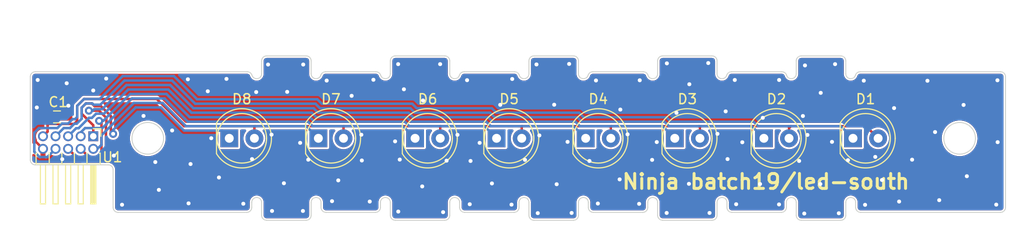
<source format=kicad_pcb>
(kicad_pcb (version 20211014) (generator pcbnew)
  (layers (0 "F.Cu" signal) (31 "B.Cu" signal) (34 "B.Paste" user) (35 "F.Paste" user) (36 "B.SilkS" user "B.Silkscreen") (37 "F.SilkS" user "F.Silkscreen") (38 "B.Mask" user) (39 "F.Mask" user) (44 "Edge.Cuts" user))
  (net 0 "")
  (net 1 "GND")
  (net 2 "VCC")
  (net 3 "OUT1")
  (net 4 "OUT2")
  (net 5 "OUT3")
  (net 6 "OUT4")
  (net 7 "OUT5")
  (net 8 "OUT6")
  (net 9 "OUT7")
  (net 10 "OUT8")
  (footprint "LEDs:LED_D5.0mm" (layer "F.Cu") (at 127.46 101.622)
    (fp_text reference "D7" (at 1.27 -3.96) (layer "F.SilkS"))
    (fp_text value "LED")
    (fp_line (start -1.29 -1.545) (end -1.29 1.545) (layer "F.SilkS") (width 0.12))
    (fp_arc (start -1.29 -1.54483) (mid 2.072002 -2.880433) (end 4.26 0.000462) (layer "F.SilkS") (width 0.12))
    (fp_arc (start 4.26 -0.000462) (mid 2.072002 2.880433) (end -1.29 1.54483) (layer "F.SilkS") (width 0.12))
    (fp_circle (center 1.27 0) (end 3.77 0) (layer "F.SilkS") (width 0.12) (fill none))
    (pad "1" thru_hole rect locked (at 0 0) (size 1.8 1.8) (drill 0.9) (layers *.Cu *.Mask) (net 9 "OUT7"))
    (pad "2" thru_hole circle locked (at 2.54 0) (size 1.8 1.8) (drill 0.9) (layers *.Cu *.Mask) (net 2 "VCC"))
  )
  (footprint "LEDs:LED_D5.0mm" (layer "F.Cu") (at 137.23 101.622)
    (fp_text reference "D6" (at 1.27 -3.96) (layer "F.SilkS"))
    (fp_text value "LED")
    (fp_line (start -1.29 -1.545) (end -1.29 1.545) (layer "F.SilkS") (width 0.12))
    (fp_arc (start 4.26 -0.000462) (mid 2.072002 2.880433) (end -1.29 1.54483) (layer "F.SilkS") (width 0.12))
    (fp_arc (start -1.29 -1.54483) (mid 2.072002 -2.880433) (end 4.26 0.000462) (layer "F.SilkS") (width 0.12))
    (fp_circle (center 1.27 0) (end 3.77 0) (layer "F.SilkS") (width 0.12) (fill none))
    (pad "1" thru_hole rect locked (at 0 0) (size 1.8 1.8) (drill 0.9) (layers *.Cu *.Mask) (net 8 "OUT6"))
    (pad "2" thru_hole circle locked (at 2.54 0) (size 1.8 1.8) (drill 0.9) (layers *.Cu *.Mask) (net 2 "VCC"))
  )
  (footprint "LEDs:LED_D5.0mm" (layer "F.Cu") (at 145.46 101.622)
    (fp_text reference "D5" (at 1.27 -3.96) (layer "F.SilkS"))
    (fp_text value "LED")
    (fp_line (start -1.29 -1.545) (end -1.29 1.545) (layer "F.SilkS") (width 0.12))
    (fp_arc (start 4.26 -0.000462) (mid 2.072002 2.880433) (end -1.29 1.54483) (layer "F.SilkS") (width 0.12))
    (fp_arc (start -1.29 -1.54483) (mid 2.072002 -2.880433) (end 4.26 0.000462) (layer "F.SilkS") (width 0.12))
    (fp_circle (center 1.27 0) (end 3.77 0) (layer "F.SilkS") (width 0.12) (fill none))
    (pad "1" thru_hole rect locked (at 0 0) (size 1.8 1.8) (drill 0.9) (layers *.Cu *.Mask) (net 7 "OUT5"))
    (pad "2" thru_hole circle locked (at 2.54 0) (size 1.8 1.8) (drill 0.9) (layers *.Cu *.Mask) (net 2 "VCC"))
  )
  (footprint "LEDs:LED_D5.0mm" (layer "F.Cu") (at 154.46 101.622)
    (fp_text reference "D4" (at 1.27 -3.96) (layer "F.SilkS"))
    (fp_text value "LED")
    (fp_line (start -1.29 -1.545) (end -1.29 1.545) (layer "F.SilkS") (width 0.12))
    (fp_arc (start 4.26 -0.000462) (mid 2.072002 2.880433) (end -1.29 1.54483) (layer "F.SilkS") (width 0.12))
    (fp_arc (start -1.29 -1.54483) (mid 2.072002 -2.880433) (end 4.26 0.000462) (layer "F.SilkS") (width 0.12))
    (fp_circle (center 1.27 0) (end 3.77 0) (layer "F.SilkS") (width 0.12) (fill none))
    (pad "1" thru_hole rect locked (at 0 0) (size 1.8 1.8) (drill 0.9) (layers *.Cu *.Mask) (net 6 "OUT4"))
    (pad "2" thru_hole circle locked (at 2.54 0) (size 1.8 1.8) (drill 0.9) (layers *.Cu *.Mask) (net 2 "VCC"))
  )
  (footprint "LEDs:LED_D5.0mm" (layer "F.Cu") (at 163.46 101.622)
    (fp_text reference "D3" (at 1.27 -3.96) (layer "F.SilkS"))
    (fp_text value "LED")
    (fp_line (start -1.29 -1.545) (end -1.29 1.545) (layer "F.SilkS") (width 0.12))
    (fp_arc (start -1.29 -1.54483) (mid 2.072002 -2.880433) (end 4.26 0.000462) (layer "F.SilkS") (width 0.12))
    (fp_arc (start 4.26 -0.000462) (mid 2.072002 2.880433) (end -1.29 1.54483) (layer "F.SilkS") (width 0.12))
    (fp_circle (center 1.27 0) (end 3.77 0) (layer "F.SilkS") (width 0.12) (fill none))
    (pad "1" thru_hole rect locked (at 0 0) (size 1.8 1.8) (drill 0.9) (layers *.Cu *.Mask) (net 5 "OUT3"))
    (pad "2" thru_hole circle locked (at 2.54 0) (size 1.8 1.8) (drill 0.9) (layers *.Cu *.Mask) (net 2 "VCC"))
  )
  (footprint "LEDs:LED_D5.0mm" (layer "F.Cu") (at 172.46 101.622)
    (fp_text reference "D2" (at 1.27 -3.96) (layer "F.SilkS"))
    (fp_text value "LED")
    (fp_line (start -1.29 -1.545) (end -1.29 1.545) (layer "F.SilkS") (width 0.12))
    (fp_arc (start 4.26 -0.000462) (mid 2.072002 2.880433) (end -1.29 1.54483) (layer "F.SilkS") (width 0.12))
    (fp_arc (start -1.29 -1.54483) (mid 2.072002 -2.880433) (end 4.26 0.000462) (layer "F.SilkS") (width 0.12))
    (fp_circle (center 1.27 0) (end 3.77 0) (layer "F.SilkS") (width 0.12) (fill none))
    (pad "1" thru_hole rect locked (at 0 0) (size 1.8 1.8) (drill 0.9) (layers *.Cu *.Mask) (net 4 "OUT2"))
    (pad "2" thru_hole circle locked (at 2.54 0) (size 1.8 1.8) (drill 0.9) (layers *.Cu *.Mask) (net 2 "VCC"))
  )
  (footprint "LEDs:LED_D5.0mm" (layer "F.Cu") (at 181.46 101.622)
    (fp_text reference "D1" (at 1.27 -3.96) (layer "F.SilkS"))
    (fp_text value "LED")
    (fp_line (start -1.29 -1.545) (end -1.29 1.545) (layer "F.SilkS") (width 0.12))
    (fp_arc (start 4.26 -0.000462) (mid 2.072002 2.880433) (end -1.29 1.54483) (layer "F.SilkS") (width 0.12))
    (fp_arc (start -1.29 -1.54483) (mid 2.072002 -2.880433) (end 4.26 0.000462) (layer "F.SilkS") (width 0.12))
    (fp_circle (center 1.27 0) (end 3.77 0) (layer "F.SilkS") (width 0.12) (fill none))
    (pad "1" thru_hole rect locked (at 0 0) (size 1.8 1.8) (drill 0.9) (layers *.Cu *.Mask) (net 3 "OUT1"))
    (pad "2" thru_hole circle locked (at 2.54 0) (size 1.8 1.8) (drill 0.9) (layers *.Cu *.Mask) (net 2 "VCC"))
  )
  (footprint "LEDs:LED_D5.0mm" (layer "F.Cu") (at 118.46 101.622)
    (fp_text reference "D8" (at 1.27 -3.96) (layer "F.SilkS"))
    (fp_text value "LED")
    (fp_line (start -1.29 -1.545) (end -1.29 1.545) (layer "F.SilkS") (width 0.12))
    (fp_arc (start -1.29 -1.54483) (mid 2.072002 -2.880433) (end 4.26 0.000462) (layer "F.SilkS") (width 0.12))
    (fp_arc (start 4.26 -0.000462) (mid 2.072002 2.880433) (end -1.29 1.54483) (layer "F.SilkS") (width 0.12))
    (fp_circle (center 1.27 0) (end 3.77 0) (layer "F.SilkS") (width 0.12) (fill none))
    (pad "1" thru_hole rect locked (at 0 0) (size 1.8 1.8) (drill 0.9) (layers *.Cu *.Mask) (net 10 "OUT8"))
    (pad "2" thru_hole circle locked (at 2.54 0) (size 1.8 1.8) (drill 0.9) (layers *.Cu *.Mask) (net 2 "VCC"))
  )
  (footprint "Connector_PinHeader_1.27mm:PinHeader_2x05_P1.27mm_Horizontal" (layer "F.Cu") (at 104.724249 101.415007 -90)
    (fp_text reference "U1" (at 2.114993 -1.935751) (layer "F.SilkS"))
    (fp_text value "Conn_01x10_Male")
    (fp_line (start 2.83 0.04) (end 6.83 0.04) (layer "F.SilkS") (width 0.12))
    (fp_line (start 1.71 4.445) (end 2.83 4.445) (layer "F.SilkS") (width 0.12))
    (fp_line (start 1.71 0.635) (end 2.83 0.635) (layer "F.SilkS") (width 0.12))
    (fp_line (start 2.83 0.16) (end 6.83 0.16) (layer "F.SilkS") (width 0.12))
    (fp_line (start 2.83 -0.695) (end 2.83 5.775) (layer "F.SilkS") (width 0.12))
    (fp_line (start 6.83 1.53) (end 2.83 1.53) (layer "F.SilkS") (width 0.12))
    (fp_line (start 6.83 2.28) (end 6.83 2.8) (layer "F.SilkS") (width 0.12))
    (fp_line (start 6.83 2.8) (end 2.83 2.8) (layer "F.SilkS") (width 0.12))
    (fp_line (start 1.71 4.429677) (end 1.71 4.460323) (layer "F.SilkS") (width 0.12))
    (fp_line (start 1.71 3.159677) (end 1.71 3.190323) (layer "F.SilkS") (width 0.12))
    (fp_line (start 6.83 4.07) (end 2.83 4.07) (layer "F.SilkS") (width 0.12))
    (fp_line (start 1.71 0.619677) (end 1.71 0.650323) (layer "F.SilkS") (width 0.12))
    (fp_line (start 1.71 1.889677) (end 1.71 1.920323) (layer "F.SilkS") (width 0.12))
    (fp_line (start 2.83 1.01) (end 6.83 1.01) (layer "F.SilkS") (width 0.12))
    (fp_line (start 1.71 1.905) (end 2.83 1.905) (layer "F.SilkS") (width 0.12))
    (fp_line (start -0.76 0) (end -0.76 -0.76) (layer "F.SilkS") (width 0.12))
    (fp_line (start 1.71 -0.619677) (end 1.71 -0.695) (layer "F.SilkS") (width 0.12))
    (fp_line (start 6.83 3.55) (end 6.83 4.07) (layer "F.SilkS") (width 0.12))
    (fp_line (start 6.83 -0.26) (end 6.83 0.26) (layer "F.SilkS") (width 0.12))
    (fp_line (start 1.71 3.175) (end 2.83 3.175) (layer "F.SilkS") (width 0.12))
    (fp_line (start 2.83 3.55) (end 6.83 3.55) (layer "F.SilkS") (width 0.12))
    (fp_line (start 2.83 2.28) (end 6.83 2.28) (layer "F.SilkS") (width 0.12))
    (fp_line (start 1.71 5.775) (end 1.71 5.699677) (layer "F.SilkS") (width 0.12))
    (fp_line (start 2.83 4.82) (end 6.83 4.82) (layer "F.SilkS") (width 0.12))
    (fp_line (start 6.83 1.01) (end 6.83 1.53) (layer "F.SilkS") (width 0.12))
    (fp_line (start 6.83 0.26) (end 2.83 0.26) (layer "F.SilkS") (width 0.12))
    (fp_line (start 6.83 4.82) (end 6.83 5.34) (layer "F.SilkS") (width 0.12))
    (fp_line (start 6.83 5.34) (end 2.83 5.34) (layer "F.SilkS") (width 0.12))
    (fp_line (start 1.71 -0.695) (end 2.83 -0.695) (layer "F.SilkS") (width 0.12))
    (fp_line (start 2.83 -0.2) (end 6.83 -0.2) (layer "F.SilkS") (width 0.12))
    (fp_line (start -0.76 -0.76) (end 0 -0.76) (layer "F.SilkS") (width 0.12))
    (fp_line (start 2.83 -0.08) (end 6.83 -0.08) (layer "F.SilkS") (width 0.12))
    (fp_line (start 2.83 -0.26) (end 6.83 -0.26) (layer "F.SilkS") (width 0.12))
    (fp_line (start 2.83 5.775) (end 1.71 5.775) (layer "F.SilkS") (width 0.12))
    (pad "1" thru_hole rect (at 0 0 270) (size 1 1) (drill 0.65) (layers *.Cu *.Mask) (net 10 "OUT8"))
    (pad "2" thru_hole oval (at 1.27 0 270) (size 1 1) (drill 0.65) (layers *.Cu *.Mask) (net 9 "OUT7"))
    (pad "3" thru_hole oval (at 0 1.27 270) (size 1 1) (drill 0.65) (layers *.Cu *.Mask) (net 8 "OUT6"))
    (pad "4" thru_hole oval (at 1.27 1.27 270) (size 1 1) (drill 0.65) (layers *.Cu *.Mask) (net 7 "OUT5"))
    (pad "5" thru_hole oval (at 0 2.54 270) (size 1 1) (drill 0.65) (layers *.Cu *.Mask) (net 6 "OUT4"))
    (pad "6" thru_hole oval (at 1.27 2.54 270) (size 1 1) (drill 0.65) (layers *.Cu *.Mask) (net 5 "OUT3"))
    (pad "7" thru_hole oval (at 0 3.81 270) (size 1 1) (drill 0.65) (layers *.Cu *.Mask) (net 4 "OUT2"))
    (pad "8" thru_hole oval (at 1.27 3.81 270) (size 1 1) (drill 0.65) (layers *.Cu *.Mask) (net 3 "OUT1"))
    (pad "9" thru_hole oval (at 0 5.08 270) (size 1 1) (drill 0.65) (layers *.Cu *.Mask) (net 2 "VCC"))
    (pad "10" thru_hole oval (at 1.27 5.08 270) (size 1 1) (drill 0.65) (layers *.Cu *.Mask) (net 1 "GND"))
  )
  (footprint "Capacitors_SMD:C_0603_HandSoldering" (layer "F.Cu") (at 101.06 99.46)
    (fp_text reference "C1" (at 0.12 -1.5) (layer "F.SilkS"))
    (fp_text value "C")
    (fp_line (start -0.35 -0.6) (end 0.35 -0.6) (layer "F.SilkS") (width 0.12))
    (fp_line (start 0.35 0.6) (end -0.35 0.6) (layer "F.SilkS") (width 0.12))
    (pad "1" smd rect locked (at -0.95 0) (size 1.2 0.75) (layers "F.Cu" "F.Paste" "F.Mask") (net 2 "VCC"))
    (pad "2" smd rect locked (at 0.95 0) (size 1.2 0.75) (layers "F.Cu" "F.Paste" "F.Mask") (net 1 "GND"))
  )
  (gr_circle (center 110.23 101.622) (end 111.83 101.622) (layer "Edge.Cuts") (width 0.1) (fill none))
  (gr_arc (start 98.865 104.30036) (mid 98.511447 104.153913) (end 98.365 103.80036) (layer "Edge.Cuts") (width 0.1))
  (gr_line (start 98.365 103.80036) (end 98.365 95.39964) (layer "Edge.Cuts") (width 0.1))
  (gr_line (start 120.23 109.10036) (end 107.23 109.10036) (layer "Edge.Cuts") (width 0.1))
  (gr_arc (start 107.23 109.10036) (mid 106.876447 108.953913) (end 106.73 108.60036) (layer "Edge.Cuts") (width 0.1))
  (gr_arc (start 106.23 104.30036) (mid 106.583553 104.446807) (end 106.73 104.80036) (layer "Edge.Cuts") (width 0.1))
  (gr_line (start 106.23 104.30036) (end 98.865 104.30036) (layer "Edge.Cuts") (width 0.1))
  (gr_line (start 106.73 104.80036) (end 106.73 108.60036) (layer "Edge.Cuts") (width 0.1))
  (gr_line (start 148.73 109.4) (end 148.73 108.10036) (layer "Edge.Cuts") (width 0.1))
  (gr_arc (start 149.23 109.9) (mid 148.876447 109.753553) (end 148.73 109.4) (layer "Edge.Cuts") (width 0.1))
  (gr_arc (start 127.707127 95.25014) (mid 127.15438 95.594889) (end 126.73 95.10064) (layer "Edge.Cuts") (width 0.1))
  (gr_arc (start 147.73 108.10036) (mid 148.23 107.60036) (end 148.73 108.10036) (layer "Edge.Cuts") (width 0.1))
  (gr_arc (start 147.73 108.60036) (mid 147.583553 108.953913) (end 147.23 109.10036) (layer "Edge.Cuts") (width 0.1))
  (gr_arc (start 175.73 93.8) (mid 175.876447 93.446447) (end 176.23 93.3) (layer "Edge.Cuts") (width 0.1))
  (gr_arc (start 133.73 108.10036) (mid 134.23 107.60036) (end 134.73 108.10036) (layer "Edge.Cuts") (width 0.1))
  (gr_line (start 181.73 108.60036) (end 181.73 108.10036) (layer "Edge.Cuts") (width 0.1))
  (gr_arc (start 147.275746 94.89964) (mid 147.571761 94.996682) (end 147.752873 95.25014) (layer "Edge.Cuts") (width 0.1))
  (gr_line (start 180.23 109.9) (end 176.23 109.9) (layer "Edge.Cuts") (width 0.1))
  (gr_arc (start 148.73 93.8) (mid 148.876447 93.446447) (end 149.23 93.3) (layer "Edge.Cuts") (width 0.1))
  (gr_line (start 167.73 93.8) (end 167.73 95.10064) (layer "Edge.Cuts") (width 0.1))
  (gr_line (start 121.73 95.10064) (end 121.73 93.8) (layer "Edge.Cuts") (width 0.1))
  (gr_line (start 122.23 93.3) (end 126.23 93.3) (layer "Edge.Cuts") (width 0.1))
  (gr_circle (center 192.23 101.622) (end 193.83 101.622) (layer "Edge.Cuts") (width 0.1) (fill none))
  (gr_arc (start 98.365 95.39964) (mid 98.511447 95.046087) (end 98.865 94.89964) (layer "Edge.Cuts") (width 0.1))
  (gr_arc (start 167.73 108.10036) (mid 168.23 107.60036) (end 168.73 108.10036) (layer "Edge.Cuts") (width 0.1))
  (gr_arc (start 154.707127 95.25014) (mid 154.15438 95.594889) (end 153.73 95.10064) (layer "Edge.Cuts") (width 0.1))
  (gr_arc (start 176.23 109.9) (mid 175.876447 109.753553) (end 175.73 109.4) (layer "Edge.Cuts") (width 0.1))
  (gr_arc (start 174.73 108.10036) (mid 175.23 107.60036) (end 175.73 108.10036) (layer "Edge.Cuts") (width 0.1))
  (gr_arc (start 196.365 94.89964) (mid 196.718553 95.046087) (end 196.865 95.39964) (layer "Edge.Cuts") (width 0.1))
  (gr_arc (start 175.73 95.10064) (mid 175.30562 95.594889) (end 174.752873 95.25014) (layer "Edge.Cuts") (width 0.1))
  (gr_arc (start 120.73 108.10036) (mid 121.23 107.60036) (end 121.73 108.10036) (layer "Edge.Cuts") (width 0.1))
  (gr_line (start 147.73 108.10036) (end 147.73 108.60036) (layer "Edge.Cuts") (width 0.1))
  (gr_arc (start 196.865 108.60036) (mid 196.718553 108.953913) (end 196.365 109.10036) (layer "Edge.Cuts") (width 0.1))
  (gr_line (start 141.73 108.60036) (end 141.73 108.10036) (layer "Edge.Cuts") (width 0.1))
  (gr_arc (start 169.23 109.10036) (mid 168.876447 108.953913) (end 168.73 108.60036) (layer "Edge.Cuts") (width 0.1))
  (gr_arc (start 181.707127 95.25014) (mid 181.15438 95.594889) (end 180.73 95.10064) (layer "Edge.Cuts") (width 0.1))
  (gr_line (start 121.73 109.4) (end 121.73 108.10036) (layer "Edge.Cuts") (width 0.1))
  (gr_arc (start 122.23 109.9) (mid 121.876447 109.753553) (end 121.73 109.4) (layer "Edge.Cuts") (width 0.1))
  (gr_line (start 149.23 93.3) (end 153.23 93.3) (layer "Edge.Cuts") (width 0.1))
  (gr_arc (start 154.707126 95.25014) (mid 154.888237 94.996682) (end 155.184253 94.89964) (layer "Edge.Cuts") (width 0.1))
  (gr_arc (start 155.23 109.10036) (mid 154.876447 108.953913) (end 154.73 108.60036) (layer "Edge.Cuts") (width 0.1))
  (gr_arc (start 153.73 109.4) (mid 153.583553 109.753553) (end 153.23 109.9) (layer "Edge.Cuts") (width 0.1))
  (gr_line (start 147.23 109.10036) (end 142.23 109.10036) (layer "Edge.Cuts") (width 0.1))
  (gr_line (start 174.23 109.10036) (end 169.23 109.10036) (layer "Edge.Cuts") (width 0.1))
  (gr_line (start 133.23 109.10036) (end 128.23 109.10036) (layer "Edge.Cuts") (width 0.1))
  (gr_line (start 182.184253 94.89964) (end 196.365 94.89964) (layer "Edge.Cuts") (width 0.1))
  (gr_line (start 174.73 108.10036) (end 174.73 108.60036) (layer "Edge.Cuts") (width 0.1))
  (gr_line (start 196.865 95.39964) (end 196.865 108.60036) (layer "Edge.Cuts") (width 0.1))
  (gr_arc (start 180.23 93.3) (mid 180.583553 93.446447) (end 180.73 93.8) (layer "Edge.Cuts") (width 0.1))
  (gr_line (start 134.73 109.400359) (end 134.73 108.10036) (layer "Edge.Cuts") (width 0.1))
  (gr_arc (start 153.23 93.3) (mid 153.583553 93.446447) (end 153.73 93.8) (layer "Edge.Cuts") (width 0.1))
  (gr_arc (start 160.73 108.100362) (mid 161.229999 107.600361) (end 161.73 108.10036) (layer "Edge.Cuts") (width 0.1))
  (gr_line (start 162.23 93.3) (end 167.23 93.3) (layer "Edge.Cuts") (width 0.1))
  (gr_arc (start 160.275746 94.89964) (mid 160.571761 94.996682) (end 160.752873 95.25014) (layer "Edge.Cuts") (width 0.1))
  (gr_arc (start 140.73 108.10036) (mid 141.23 107.60036) (end 141.73 108.10036) (layer "Edge.Cuts") (width 0.1))
  (gr_line (start 175.73 109.4) (end 175.73 108.10036) (layer "Edge.Cuts") (width 0.1))
  (gr_arc (start 121.73 93.8) (mid 121.876447 93.446447) (end 122.23 93.3) (layer "Edge.Cuts") (width 0.1))
  (gr_arc (start 167.23 93.3) (mid 167.583553 93.446447) (end 167.73 93.8) (layer "Edge.Cuts") (width 0.1))
  (gr_arc (start 133.275746 94.89964) (mid 133.571761 94.996682) (end 133.752873 95.25014) (layer "Edge.Cuts") (width 0.1))
  (gr_line (start 120.73 108.10036) (end 120.73 108.60036) (layer "Edge.Cuts") (width 0.1))
  (gr_line (start 175.73 95.10064) (end 175.73 93.8) (layer "Edge.Cuts") (width 0.1))
  (gr_arc (start 161.73 93.8) (mid 161.876447 93.446447) (end 162.23 93.3) (layer "Edge.Cuts") (width 0.1))
  (gr_line (start 180.73 108.10036) (end 180.73 109.4) (layer "Edge.Cuts") (width 0.1))
  (gr_arc (start 174.275746 94.89964) (mid 174.571761 94.996682) (end 174.752873 95.25014) (layer "Edge.Cuts") (width 0.1))
  (gr_line (start 126.23 109.9) (end 122.23 109.9) (layer "Edge.Cuts") (width 0.1))
  (gr_line (start 127.73 108.60036) (end 127.73 108.10036) (layer "Edge.Cuts") (width 0.1))
  (gr_arc (start 135.23 109.900359) (mid 134.876447 109.753912) (end 134.73 109.400359) (layer "Edge.Cuts") (width 0.1))
  (gr_arc (start 134.73 95.10064) (mid 134.30562 95.594889) (end 133.752873 95.25014) (layer "Edge.Cuts") (width 0.1))
  (gr_line (start 180.73 93.8) (end 180.73 95.10064) (layer "Edge.Cuts") (width 0.1))
  (gr_arc (start 160.73 108.60036) (mid 160.583553 108.953913) (end 160.23 109.10036) (layer "Edge.Cuts") (width 0.1))
  (gr_line (start 142.184253 94.89964) (end 147.275746 94.89964) (layer "Edge.Cuts") (width 0.1))
  (gr_line (start 126.73 108.10036) (end 126.73 109.4) (layer "Edge.Cuts") (width 0.1))
  (gr_line (start 133.73 108.10036) (end 133.73 108.60036) (layer "Edge.Cuts") (width 0.1))
  (gr_arc (start 128.23 109.10036) (mid 127.876447 108.953913) (end 127.73 108.60036) (layer "Edge.Cuts") (width 0.1))
  (gr_arc (start 120.73 108.60036) (mid 120.583553 108.953913) (end 120.23 109.10036) (layer "Edge.Cuts") (width 0.1))
  (gr_line (start 161.73 109.400364) (end 161.73 108.10036) (layer "Edge.Cuts") (width 0.1))
  (gr_arc (start 140.73 109.400359) (mid 140.583553 109.753912) (end 140.23 109.900359) (layer "Edge.Cuts") (width 0.1))
  (gr_arc (start 153.73 108.10036) (mid 154.23 107.60036) (end 154.73 108.10036) (layer "Edge.Cuts") (width 0.1))
  (gr_arc (start 126.23 93.3) (mid 126.583553 93.446447) (end 126.73 93.8) (layer "Edge.Cuts") (width 0.1))
  (gr_arc (start 181.707126 95.25014) (mid 181.888237 94.996682) (end 182.184253 94.89964) (layer "Edge.Cuts") (width 0.1))
  (gr_arc (start 126.73 108.10036) (mid 127.23 107.60036) (end 127.73 108.10036) (layer "Edge.Cuts") (width 0.1))
  (gr_line (start 168.73 108.60036) (end 168.73 108.10036) (layer "Edge.Cuts") (width 0.1))
  (gr_line (start 153.23 109.9) (end 149.23 109.9) (layer "Edge.Cuts") (width 0.1))
  (gr_arc (start 167.73 109.400364) (mid 167.583553 109.753917) (end 167.23 109.900364) (layer "Edge.Cuts") (width 0.1))
  (gr_line (start 153.73 108.10036) (end 153.73 109.4) (layer "Edge.Cuts") (width 0.1))
  (gr_arc (start 182.23 109.10036) (mid 181.876447 108.953913) (end 181.73 108.60036) (layer "Edge.Cuts") (width 0.1))
  (gr_line (start 134.73 95.10064) (end 134.73 93.8) (layer "Edge.Cuts") (width 0.1))
  (gr_arc (start 161.73 95.10064) (mid 161.30562 95.594889) (end 160.752873 95.25014) (layer "Edge.Cuts") (width 0.1))
  (gr_arc (start 126.73 109.4) (mid 126.583553 109.753553) (end 126.23 109.9) (layer "Edge.Cuts") (width 0.1))
  (gr_arc (start 180.73 108.10036) (mid 181.23 107.60036) (end 181.73 108.10036) (layer "Edge.Cuts") (width 0.1))
  (gr_arc (start 142.23 109.10036) (mid 141.876447 108.953913) (end 141.73 108.60036) (layer "Edge.Cuts") (width 0.1))
  (gr_line (start 154.73 108.60036) (end 154.73 108.10036) (layer "Edge.Cuts") (width 0.1))
  (gr_line (start 155.184253 94.89964) (end 160.275746 94.89964) (layer "Edge.Cuts") (width 0.1))
  (gr_line (start 167.73 108.10036) (end 167.73 109.400364) (layer "Edge.Cuts") (width 0.1))
  (gr_line (start 135.23 93.3) (end 140.23 93.3) (layer "Edge.Cuts") (width 0.1))
  (gr_arc (start 148.73 95.10064) (mid 148.30562 95.594889) (end 147.752873 95.25014) (layer "Edge.Cuts") (width 0.1))
  (gr_line (start 98.865 94.89964) (end 120.275746 94.89964) (layer "Edge.Cuts") (width 0.1))
  (gr_arc (start 162.23 109.900364) (mid 161.876447 109.753917) (end 161.73 109.400364) (layer "Edge.Cuts") (width 0.1))
  (gr_line (start 126.73 93.8) (end 126.73 95.10064) (layer "Edge.Cuts") (width 0.1))
  (gr_arc (start 133.73 108.60036) (mid 133.583553 108.953913) (end 133.23 109.10036) (layer "Edge.Cuts") (width 0.1))
  (gr_line (start 167.23 109.900364) (end 162.23 109.900364) (layer "Edge.Cuts") (width 0.1))
  (gr_line (start 169.184253 94.89964) (end 174.275746 94.89964) (layer "Edge.Cuts") (width 0.1))
  (gr_line (start 153.73 93.8) (end 153.73 95.10064) (layer "Edge.Cuts") (width 0.1))
  (gr_line (start 176.23 93.3) (end 180.23 93.3) (layer "Edge.Cuts") (width 0.1))
  (gr_line (start 161.73 95.10064) (end 161.73 93.8) (layer "Edge.Cuts") (width 0.1))
  (gr_arc (start 141.707126 95.25014) (mid 141.888237 94.996682) (end 142.184253 94.89964) (layer "Edge.Cuts") (width 0.1))
  (gr_line (start 148.73 95.10064) (end 148.73 93.8) (layer "Edge.Cuts") (width 0.1))
  (gr_arc (start 127.707126 95.25014) (mid 127.888237 94.996682) (end 128.184253 94.89964) (layer "Edge.Cuts") (width 0.1))
  (gr_arc (start 120.275746 94.89964) (mid 120.571761 94.996682) (end 120.752873 95.25014) (layer "Edge.Cuts") (width 0.1))
  (gr_arc (start 140.23 93.3) (mid 140.583553 93.446447) (end 140.73 93.8) (layer "Edge.Cuts") (width 0.1))
  (gr_arc (start 168.707127 95.25014) (mid 168.15438 95.594889) (end 167.73 95.10064) (layer "Edge.Cuts") (width 0.1))
  (gr_arc (start 121.73 95.10064) (mid 121.30562 95.594889) (end 120.752873 95.25014) (layer "Edge.Cuts") (width 0.1))
  (gr_line (start 160.73 108.10036) (end 160.73 108.60036) (layer "Edge.Cuts") (width 0.1))
  (gr_arc (start 174.73 108.60036) (mid 174.583553 108.953913) (end 174.23 109.10036) (layer "Edge.Cuts") (width 0.1))
  (gr_line (start 196.365 109.10036) (end 182.23 109.10036) (layer "Edge.Cuts") (width 0.1))
  (gr_line (start 128.184253 94.89964) (end 133.275746 94.89964) (layer "Edge.Cuts") (width 0.1))
  (gr_line (start 140.23 109.900359) (end 135.23 109.900359) (layer "Edge.Cuts") (width 0.1))
  (gr_arc (start 168.707126 95.25014) (mid 168.888237 94.996682) (end 169.184253 94.89964) (layer "Edge.Cuts") (width 0.1))
  (gr_line (start 140.73 93.8) (end 140.73 95.10064) (layer "Edge.Cuts") (width 0.1))
  (gr_line (start 160.23 109.10036) (end 155.23 109.10036) (layer "Edge.Cuts") (width 0.1))
  (gr_arc (start 134.73 93.8) (mid 134.876447 93.446447) (end 135.23 93.3) (layer "Edge.Cuts") (width 0.1))
  (gr_arc (start 141.707127 95.25014) (mid 141.15438 95.594889) (end 140.73 95.10064) (layer "Edge.Cuts") (width 0.1))
  (gr_arc (start 180.73 109.4) (mid 180.583553 109.753553) (end 180.23 109.9) (layer "Edge.Cuts") (width 0.1))
  (gr_line (start 140.73 108.10036) (end 140.73 109.400359) (layer "Edge.Cuts") (width 0.1))
  (gr_text "Ninja batch19/led-south" (at 172.66 106) (layer "F.SilkS") (effects (font (size 1.5 1.5) (thickness 0.3))))
  (segment (start 101.307289 98.757289) (end 102.01 99.46) (width 0.25) (layer "F.Cu") (net 1))
  (segment (start 98.769586 101.810344) (end 98.769586 99.169992) (width 0.25) (layer "F.Cu") (net 1))
  (segment (start 98.769586 101.810344) (end 99.644249 102.685007) (width 0.25) (layer "F.Cu") (net 1))
  (segment (start 99.182289 98.757289) (end 101.307289 98.757289) (width 0.25) (layer "F.Cu") (net 1))
  (segment (start 98.769586 99.169992) (end 99.182289 98.757289) (width 0.25) (layer "F.Cu") (net 1))
  (via (at 137.95 106.48) (size 0.8) (drill 0.4) (layers "F.Cu" "B.Cu") (net 1))
  (via (at 149.49 94.16) (size 0.8) (drill 0.4) (layers "F.Cu" "B.Cu") (net 1))
  (via (at 166.84 94.02) (size 0.8) (drill 0.4) (layers "F.Cu" "B.Cu") (net 1))
  (via (at 146.97 108.32) (size 0.8) (drill 0.4) (layers "F.Cu" "B.Cu") (net 1))
  (via (at 180.95 103.83) (size 0.8) (drill 0.4) (layers "F.Cu" "B.Cu") (net 1))
  (via (at 106.03 95.59) (size 0.8) (drill 0.4) (layers "F.Cu" "B.Cu") (net 1))
  (via (at 190.17 107.87) (size 0.8) (drill 0.4) (layers "F.Cu" "B.Cu") (net 1))
  (via (at 124.31 96.93) (size 0.8) (drill 0.4) (layers "F.Cu" "B.Cu") (net 1))
  (via (at 162.64 109.16) (size 0.8) (drill 0.4) (layers "F.Cu" "B.Cu") (net 1))
  (via (at 172.35 99.55) (size 0.8) (drill 0.4) (layers "F.Cu" "B.Cu") (net 1))
  (via (at 176.61 94.26) (size 0.8) (drill 0.4) (layers "F.Cu" "B.Cu") (net 1))
  (via (at 102.04 96.06) (size 0.8) (drill 0.4) (layers "F.Cu" "B.Cu") (net 1))
  (via (at 128.3 95.79) (size 0.8) (drill 0.4) (layers "F.Cu" "B.Cu") (net 1))
  (via (at 114.28 95.66) (size 0.8) (drill 0.4) (layers "F.Cu" "B.Cu") (net 1))
  (via (at 104.72 96.79) (size 0.8) (drill 0.4) (layers "F.Cu" "B.Cu") (net 1))
  (via (at 114.55 104.22) (size 0.8) (drill 0.4) (layers "F.Cu" "B.Cu") (net 1))
  (via (at 185.61 98.57) (size 0.8) (drill 0.4) (layers "F.Cu" "B.Cu") (net 1))
  (via (at 159.92 95.76) (size 0.8) (drill 0.4) (layers "F.Cu" "B.Cu") (net 1))
  (via (at 163.63 99.05) (size 0.8) (drill 0.4) (layers "F.Cu" "B.Cu") (net 1))
  (via (at 182.55 95.8) (size 0.8) (drill 0.4) (layers "F.Cu" "B.Cu") (net 1))
  (via (at 136.1 96.67) (size 0.8) (drill 0.4) (layers "F.Cu" "B.Cu") (net 1))
  (via (at 172.07 106.24) (size 0.8) (drill 0.4) (layers "F.Cu" "B.Cu") (net 1))
  (via (at 154.84 103.91) (size 0.8) (drill 0.4) (layers "F.Cu" "B.Cu") (net 1))
  (via (at 176.54 109.22) (size 0.8) (drill 0.4) (layers "F.Cu" "B.Cu") (net 1))
  (via (at 152.63 101.98) (size 0.8) (drill 0.4) (layers "F.Cu" "B.Cu") (net 1))
  (via (at 176.4 99.37) (size 0.8) (drill 0.4) (layers "F.Cu" "B.Cu") (net 1))
  (via (at 131.8 101.26) (size 0.8) (drill 0.4) (layers "F.Cu" "B.Cu") (net 1))
  (via (at 119.88 108.23) (size 0.8) (drill 0.4) (layers "F.Cu" "B.Cu") (net 1))
  (via (at 141.51 101.27) (size 0.8) (drill 0.4) (layers "F.Cu" "B.Cu") (net 1))
  (via (at 167.77 101.17) (size 0.8) (drill 0.4) (layers "F.Cu" "B.Cu") (net 1))
  (via (at 161.64 102) (size 0.8) (drill 0.4) (layers "F.Cu" "B.Cu") (net 1))
  (via (at 114.35 108.19) (size 0.8) (drill 0.4) (layers "F.Cu" "B.Cu") (net 1))
  (via (at 135.68 103.77) (size 0.8) (drill 0.4) (layers "F.Cu" "B.Cu") (net 1))
  (via (at 184.39 105.83) (size 0.8) (drill 0.4) (layers "F.Cu" "B.Cu") (net 1))
  (via (at 170.28 102.02) (size 0.8) (drill 0.4) (layers "F.Cu" "B.Cu") (net 1))
  (via (at 189.75 100.99) (size 0.8) (drill 0.4) (layers "F.Cu" "B.Cu") (net 1))
  (via (at 126.44 103.78) (size 0.8) (drill 0.4) (layers "F.Cu" "B.Cu") (net 1))
  (via (at 188.98 95.81) (size 0.8) (drill 0.4) (layers "F.Cu" "B.Cu") (net 1))
  (via (at 122.73 101.25) (size 0.8) (drill 0.4) (layers "F.Cu" "B.Cu") (net 1))
  (via (at 168.6 98.9) (size 0.8) (drill 0.4) (layers "F.Cu" "B.Cu") (net 1))
  (via (at 122.78 108.96) (size 0.8) (drill 0.4) (layers "F.Cu" "B.Cu") (net 1))
  (via (at 192.63 98.25) (size 0.8) (drill 0.4) (layers "F.Cu" "B.Cu") (net 1))
  (via (at 145.83 98.24) (size 0.8) (drill 0.4) (layers "F.Cu" "B.Cu") (net 1))
  (via (at 173.99 108.3) (size 0.8) (drill 0.4) (layers "F.Cu" "B.Cu") (net 1))
  (via (at 168.79 103.72) (size 0.8) (drill 0.4) (layers "F.Cu" "B.Cu") (net 1))
  (via (at 151.28 98.23) (size 0.8) (drill 0.4) (layers "F.Cu" "B.Cu") (net 1))
  (via (at 140.41 103.88) (size 0.8) (drill 0.4) (layers "F.Cu" "B.Cu") (net 1))
  (via (at 149.78 101.33) (size 0.8) (drill 0.4) (layers "F.Cu" "B.Cu") (net 1))
  (via (at 174 95.73) (size 0.8) (drill 0.4) (layers "F.Cu" "B.Cu") (net 1))
  (via (at 125.93 94.17) (size 0.8) (drill 0.4) (layers "F.Cu" "B.Cu") (net 1))
  (via (at 183.71 103.5) (size 0.8) (drill 0.4) (layers "F.Cu" "B.Cu") (net 1))
  (via (at 180.03 109.19) (size 0.8) (drill 0.4) (layers "F.Cu" "B.Cu") (net 1))
  (via (at 121.18 96.95027) (size 0.8) (drill 0.4) (layers "F.Cu" "B.Cu") (net 1))
  (via (at 142.83 103.91) (size 0.8) (drill 0.4) (layers "F.Cu" "B.Cu") (net 1))
  (via (at 176.86 101.28) (size 0.8) (drill 0.4) (layers "F.Cu" "B.Cu") (net 1))
  (via (at 186.12 108.01) (size 0.8) (drill 0.4) (layers "F.Cu" "B.Cu") (net 1))
  (via (at 142.48 95.75) (size 0.8) (drill 0.4) (layers "F.Cu" "B.Cu") (net 1))
  (via (at 151.53 106.26) (size 0.8) (drill 0.4) (layers "F.Cu" "B.Cu") (net 1))
  (via (at 152.79 94.11) (size 0.8) (drill 0.4) (layers "F.Cu" "B.Cu") (net 1))
  (via (at 187.43 103.78) (size 0.8) (drill 0.4) (layers "F.Cu" "B.Cu") (net 1))
  (via (at 111.35 106.83) (size 0.8) (drill 0.4) (layers "F.Cu" "B.Cu") (net 1))
  (via (at 157.89 105.77) (size 0.8) (drill 0.4) (layers "F.Cu" "B.Cu") (net 1))
  (via (at 155.5 95.78) (size 0.8) (drill 0.4) (layers "F.Cu" "B.Cu") (net 1))
  (via (at 195.93 108.32) (size 0.8) (drill 0.4) (layers "F.Cu" "B.Cu") (net 1))
  (via (at 120.76 103.72) (size 0.8) (drill 0.4) (layers "F.Cu" "B.Cu") (net 1))
  (via (at 179.34 101.98) (size 0.8) (drill 0.4) (layers "F.Cu" "B.Cu") (net 1))
  (via (at 182.68 108.34) (size 0.8) (drill 0.4) (layers "F.Cu" "B.Cu") (net 1))
  (via (at 128.84 107.97) (size 0.8) (drill 0.4) (layers "F.Cu" "B.Cu") (net 1))
  (via (at 110.99 104.02) (size 0.8) (drill 0.4) (layers "F.Cu" "B.Cu") (net 1))
  (via (at 135.52 94.13) (size 0.8) (drill 0.4) (layers "F.Cu" "B.Cu") (net 1))
  (via (at 138.03 97.8) (size 0.8) (drill 0.4) (layers "F.Cu" "B.Cu") (net 1))
  (via (at 132.65 108.01) (size 0.8) (drill 0.4) (layers "F.Cu" "B.Cu") (net 1))
  (via (at 153.04 109.16) (size 0.8) (drill 0.4) (layers "F.Cu" "B.Cu") (net 1))
  (via (at 131.85 103.86) (size 0.8) (drill 0.4) (layers "F.Cu" "B.Cu") (net 1))
  (via (at 125.62 102.08) (size 0.8) (drill 0.4) (layers "F.Cu" "B.Cu") (net 1))
  (via (at 178.16 106.24) (size 0.8) (drill 0.4) (layers "F.Cu" "B.Cu") (net 1))
  (via (at 176.02 103.91) (size 0.8) (drill 0.4) (layers "F.Cu" "B.Cu") (net 1))
  (via (at 109.8 99.36) (size 0.8) (drill 0.4) (layers "F.Cu" "B.Cu") (net 1))
  (via (at 147.04 95.63) (size 0.8) (drill 0.4) (layers "F.Cu" "B.Cu") (net 1))
  (via (at 140.06 109.08) (size 0.8) (drill 0.4) (layers "F.Cu" "B.Cu") (net 1))
  (via (at 148.33 103.8) (size 0.8) (drill 0.4) (layers "F.Cu" "B.Cu") (net 1))
  (via (at 116.64 101.61) (size 0.8) (drill 0.4) (layers "F.Cu" "B.Cu") (net 1))
  (via (at 107.63 108.33) (size 0.8) (drill 0.4) (layers "F.Cu" "B.Cu") (net 1))
  (via (at 155.69 108.21) (size 0.8) (drill 0.4) (layers "F.Cu" "B.Cu") (net 1))
  (via (at 116.29 96.87) (size 0.8) (drill 0.4) (layers "F.Cu" "B.Cu") (net 1))
  (via (at 158.69 101.22) (size 0.8) (drill 0.4) (layers "F.Cu" "B.Cu") (net 1))
  (via (at 118.18 95.62) (size 0.8) (drill 0.4) (layers "F.Cu" "B.Cu") (net 1))
  (via (at 164.89 106.22) (size 0.8) (drill 0.4) (layers "F.Cu" "B.Cu") (net 1))
  (via (at 196.07 102.01) (size 0.8) (drill 0.4) (layers "F.Cu" "B.Cu") (net 1))
  (via (at 149.62 109.18) (size 0.8) (drill 0.4) (layers "F.Cu" "B.Cu") (net 1))
  (via (at 169.52 95.73) (size 0.8) (drill 0.4) (layers "F.Cu" "B.Cu") (net 1))
  (via (at 135.53 109.02) (size 0.8) (drill 0.4) (layers "F.Cu" "B.Cu") (net 1))
  (via (at 112.69 100.83) (size 0.8) (drill 0.4) (layers "F.Cu" "B.Cu") (net 1))
  (via (at 129.47 105.87) (size 0.8) (drill 0.4) (layers "F.Cu" "B.Cu") (net 1))
  (via (at 123.98 106.16) (size 0.8) (drill 0.4) (layers "F.Cu" "B.Cu") (net 1))
  (via (at 161.17 103.8) (size 0.8) (drill 0.4) (layers "F.Cu" "B.Cu") (net 1))
  (via (at 101.59 103.73) (size 0.8) (drill 0.4) (layers "F.Cu" "B.Cu") (net 1))
  (via (at 178.2 97.03) (size 0.8) (drill 0.4) (layers "F.Cu" "B.Cu") (net 1))
  (via (at 130.82 97.33) (size 0.8) (drill 0.4) (layers "F.Cu" "B.Cu") (net 1))
  (via (at 99.02 98.51) (size 0.8) (drill 0.4) (layers "F.Cu" "B.Cu") (net 1))
  (via (at 143.75 102.08) (size 0.8) (drill 0.4) (layers "F.Cu" "B.Cu") (net 1))
  (via (at 144.99 106.18) (size 0.8) (drill 0.4) (layers "F.Cu" "B.Cu") (net 1))
  (via (at 192.96 105.45) (size 0.8) (drill 0.4) (layers "F.Cu" "B.Cu") (net 1))
  (via (at 99.11 95.73) (size 0.8) (drill 0.4) (layers "F.Cu" "B.Cu") (net 1))
  (via (at 133.02 95.71) (size 0.8) (drill 0.4) (layers "F.Cu" "B.Cu") (net 1))
  (via (at 142.75 108.28) (size 0.8) (drill 0.4) (layers "F.Cu" "B.Cu") (net 1))
  (via (at 157.96 98.72) (size 0.8) (drill 0.4) (layers "F.Cu" "B.Cu") (net 1))
  (via (at 125.9 108.96) (size 0.8) (drill 0.4) (layers "F.Cu" "B.Cu") (net 1))
  (via (at 159.86 108.24) (size 0.8) (drill 0.4) (layers "F.Cu" "B.Cu") (net 1))
  (via (at 196.05 95.76) (size 0.8) (drill 0.4) (layers "F.Cu" "B.Cu") (net 1))
  (via (at 162.66 94.05) (size 0.8) (drill 0.4) (layers "F.Cu" "B.Cu") (net 1))
  (via (at 139.76 94.13) (size 0.8) (drill 0.4) (layers "F.Cu" "B.Cu") (net 1))
  (via (at 179.65 94.13) (size 0.8) (drill 0.4) (layers "F.Cu" "B.Cu") (net 1))
  (via (at 135.21 101.93) (size 0.8) (drill 0.4) (layers "F.Cu" "B.Cu") (net 1))
  (via (at 122.38 94.17) (size 0.8) (drill 0.4) (layers "F.Cu" "B.Cu") (net 1))
  (via (at 106.8 103.37) (size 0.8) (drill 0.4) (layers "F.Cu" "B.Cu") (net 1))
  (via (at 102.21 98.33) (size 0.8) (drill 0.4) (layers "F.Cu" "B.Cu") (net 1))
  (via (at 164.93 96.16) (size 0.8) (drill 0.4) (layers "F.Cu" "B.Cu") (net 1))
  (via (at 166.97 109.16) (size 0.8) (drill 0.4) (layers "F.Cu" "B.Cu") (net 1))
  (via (at 117.42 105.58) (size 0.8) (drill 0.4) (layers "F.Cu" "B.Cu") (net 1))
  (via (at 169.66 108.28) (size 0.8) (drill 0.4) (layers "F.Cu" "B.Cu") (net 1))
  (segment (start 102.79 100.17) (end 100.21 100.17) (width 0.25) (layer "F.Cu") (net 2))
  (segment (start 148 101.622) (end 148 100.42) (width 0.25) (layer "F.Cu") (net 2))
  (segment (start 121 101.622) (end 121 100.47) (width 0.25) (layer "F.Cu") (net 2))
  (segment (start 175.195711 100.394289) (end 165.905711 100.394289) (width 0.25) (layer "F.Cu") (net 2))
  (segment (start 100.11 99.46) (end 100.11 100.27) (width 0.25) (layer "F.Cu") (net 2))
  (segment (start 182.772289 100.394289) (end 175.195711 100.394289) (width 0.25) (layer "F.Cu") (net 2))
  (segment (start 103.099223 99.860777) (end 102.79 100.17) (width 0.25) (layer "F.Cu") (net 2))
  (segment (start 175 100.59) (end 175.195711 100.394289) (width 0.25) (layer "F.Cu") (net 2))
  (segment (start 139.77 100.408578) (end 139.784289 100.394289) (width 0.25) (layer "F.Cu") (net 2))
  (segment (start 157 100.45) (end 157.055711 100.394289) (width 0.25) (layer "F.Cu") (net 2))
  (segment (start 157 101.622) (end 157 100.45) (width 0.25) (layer "F.Cu") (net 2))
  (segment (start 148 100.42) (end 148.025711 100.394289) (width 0.25) (layer "F.Cu") (net 2))
  (segment (start 100.21 100.17) (end 100.11 100.27) (width 0.25) (layer "F.Cu") (net 2))
  (segment (start 130 100.42) (end 130.025711 100.394289) (width 0.25) (layer "F.Cu") (net 2))
  (segment (start 148.025711 100.394289) (end 139.784289 100.394289) (width 0.25) (layer "F.Cu") (net 2))
  (segment (start 103.099223 98.341538) (end 103.099223 99.860777) (width 0.25) (layer "F.Cu") (net 2))
  (segment (start 121.075711 100.394289) (end 113.884289 100.394289) (width 0.25) (layer "F.Cu") (net 2))
  (segment (start 100.11 100.949256) (end 99.644249 101.415007) (width 0.25) (layer "F.Cu") (net 2))
  (segment (start 139.77 101.622) (end 139.77 100.408578) (width 0.25) (layer "F.Cu") (net 2))
  (segment (start 111.140058 97.650058) (end 103.790702 97.650059) (width 0.25) (layer "F.Cu") (net 2))
  (segment (start 184 101.622) (end 182.772289 100.394289) (width 0.25) (layer "F.Cu") (net 2))
  (segment (start 139.784289 100.394289) (end 130.025711 100.394289) (width 0.25) (layer "F.Cu") (net 2))
  (segment (start 175 101.622) (end 175 100.59) (width 0.25) (layer "F.Cu") (net 2))
  (segment (start 157.055711 100.394289) (end 148.025711 100.394289) (width 0.25) (layer "F.Cu") (net 2))
  (segment (start 130 101.622) (end 130 100.42) (width 0.25) (layer "F.Cu") (net 2))
  (segment (start 103.790702 97.650059) (end 103.099223 98.341538) (width 0.25) (layer "F.Cu") (net 2))
  (segment (start 100.11 100.27) (end 100.11 100.949256) (width 0.25) (layer "F.Cu") (net 2))
  (segment (start 130.025711 100.394289) (end 121.075711 100.394289) (width 0.25) (layer "F.Cu") (net 2))
  (segment (start 165.905711 100.394289) (end 157.055711 100.394289) (width 0.25) (layer "F.Cu") (net 2))
  (segment (start 166 100.488578) (end 165.905711 100.394289) (width 0.25) (layer "F.Cu") (net 2))
  (segment (start 121 100.47) (end 121.075711 100.394289) (width 0.25) (layer "F.Cu") (net 2))
  (segment (start 166 101.622) (end 166 100.488578) (width 0.25) (layer "F.Cu") (net 2))
  (segment (start 113.884289 100.394289) (end 111.140058 97.650058) (width 0.25) (layer "F.Cu") (net 2))
  (segment (start 103.790703 97.650058) (end 103.099223 98.341538) (width 0.25) (layer "B.Cu") (net 3))
  (segment (start 181.46 101.622) (end 180.232289 100.394289) (width 0.25) (layer "B.Cu") (net 3))
  (segment (start 102.184196 100.134576) (end 101.554438 100.134576) (width 0.25) (layer "B.Cu") (net 3))
  (segment (start 101.101718 100.587296) (end 99.234879 100.587296) (width 0.25) (layer "B.Cu") (net 3))
  (segment (start 100.086538 103.512718) (end 100.914249 102.685007) (width 0.25) (layer "B.Cu") (net 3))
  (segment (start 112.865136 95.333684) (end 107.694863 95.333685) (width 0.25) (layer "B.Cu") (net 3))
  (segment (start 98.769586 101.052589) (end 98.769586 102.980905) (width 0.25) (layer "B.Cu") (net 3))
  (segment (start 105.37849 97.650058) (end 103.790703 97.650058) (width 0.25) (layer "B.Cu") (net 3))
  (segment (start 99.234879 100.587296) (end 98.769586 101.052589) (width 0.25) (layer "B.Cu") (net 3))
  (segment (start 153.794855 99.036129) (end 145.435097 99.036129) (width 0.25) (layer "B.Cu") (net 3))
  (segment (start 171.419811 99.941569) (end 163.060053 99.941569) (width 0.25) (layer "B.Cu") (net 3))
  (segment (start 127.810141 98.130689) (end 127.357421 97.677969) (width 0.25) (layer "B.Cu") (net 3))
  (segment (start 162.607333 99.488849) (end 154.247575 99.488849) (width 0.25) (layer "B.Cu") (net 3))
  (segment (start 171.872531 100.394289) (end 171.419811 99.941569) (width 0.25) (layer "B.Cu") (net 3))
  (segment (start 99.301399 103.512718) (end 100.086538 103.512718) (width 0.25) (layer "B.Cu") (net 3))
  (segment (start 137.39262 98.58341) (end 136.939899 98.130689) (width 0.25) (layer "B.Cu") (net 3))
  (segment (start 127.357421 97.677969) (end 115.209422 97.67797) (width 0.25) (layer "B.Cu") (net 3))
  (segment (start 144.982378 98.58341) (end 137.39262 98.58341) (width 0.25) (layer "B.Cu") (net 3))
  (segment (start 115.209422 97.67797) (end 112.865136 95.333684) (width 0.25) (layer "B.Cu") (net 3))
  (segment (start 180.232289 100.394289) (end 171.872531 100.394289) (width 0.25) (layer "B.Cu") (net 3))
  (segment (start 103.099223 98.341538) (end 103.099223 99.463885) (width 0.25) (layer "B.Cu") (net 3))
  (segment (start 102.632218 99.686554) (end 102.184196 100.134576) (width 0.25) (layer "B.Cu") (net 3))
  (segment (start 101.554438 100.134576) (end 101.101718 100.587296) (width 0.25) (layer "B.Cu") (net 3))
  (segment (start 163.060053 99.941569) (end 162.607333 99.488849) (width 0.25) (layer "B.Cu") (net 3))
  (segment (start 145.435097 99.036129) (end 144.982378 98.58341) (width 0.25) (layer "B.Cu") (net 3))
  (segment (start 136.939899 98.130689) (end 127.810141 98.130689) (width 0.25) (layer "B.Cu") (net 3))
  (segment (start 98.769586 102.980905) (end 99.301399 103.512718) (width 0.25) (layer "B.Cu") (net 3))
  (segment (start 103.099223 99.463885) (end 102.876554 99.686554) (width 0.25) (layer "B.Cu") (net 3))
  (segment (start 107.694863 95.333685) (end 105.37849 97.650058) (width 0.25) (layer "B.Cu") (net 3))
  (segment (start 154.247575 99.488849) (end 153.794855 99.036129) (width 0.25) (layer "B.Cu") (net 3))
  (segment (start 102.876554 99.686554) (end 102.632218 99.686554) (width 0.25) (layer "B.Cu") (net 3))
  (segment (start 145.247575 99.488849) (end 144.794855 99.036129) (width 0.25) (layer "B.Cu") (net 4))
  (segment (start 107.882386 95.786404) (end 105.442345 98.226445) (width 0.25) (layer "B.Cu") (net 4))
  (segment (start 102.817339 100.141675) (end 102.371718 100.587296) (width 0.25) (layer "B.Cu") (net 4))
  (segment (start 162.872531 100.394289) (end 162.419811 99.941569) (width 0.25) (layer "B.Cu") (net 4))
  (segment (start 153.607333 99.488849) (end 145.247575 99.488849) (width 0.25) (layer "B.Cu") (net 4))
  (segment (start 137.205097 99.036129) (end 136.752377 98.583409) (width 0.25) (layer "B.Cu") (net 4))
  (segment (start 112.677614 95.786404) (end 107.882386 95.786404) (width 0.25) (layer "B.Cu") (net 4))
  (segment (start 115.0219 98.13069) (end 112.677614 95.786404) (width 0.25) (layer "B.Cu") (net 4))
  (segment (start 101.74196 100.587296) (end 100.914249 101.415007) (width 0.25) (layer "B.Cu") (net 4))
  (segment (start 103.551943 98.52906) (end 103.551943 99.651407) (width 0.25) (layer "B.Cu") (net 4))
  (segment (start 172.46 101.622) (end 171.232289 100.394289) (width 0.25) (layer "B.Cu") (net 4))
  (segment (start 102.371718 100.587296) (end 101.74196 100.587296) (width 0.25) (layer "B.Cu") (net 4))
  (segment (start 105.442345 98.226445) (end 104.75 98.226445) (width 0.25) (layer "B.Cu") (net 4))
  (segment (start 103.978225 98.102778) (end 103.551943 98.52906) (width 0.25) (layer "B.Cu") (net 4))
  (segment (start 103.061675 100.141675) (end 102.817339 100.141675) (width 0.25) (layer "B.Cu") (net 4))
  (segment (start 104.75 98.226445) (end 104.626333 98.102778) (width 0.25) (layer "B.Cu") (net 4))
  (segment (start 144.794855 99.036129) (end 137.205097 99.036129) (width 0.25) (layer "B.Cu") (net 4))
  (segment (start 154.060053 99.941569) (end 153.607333 99.488849) (width 0.25) (layer "B.Cu") (net 4))
  (segment (start 171.232289 100.394289) (end 162.872531 100.394289) (width 0.25) (layer "B.Cu") (net 4))
  (segment (start 127.622619 98.583409) (end 127.169899 98.130689) (width 0.25) (layer "B.Cu") (net 4))
  (segment (start 136.752377 98.583409) (end 127.622619 98.583409) (width 0.25) (layer "B.Cu") (net 4))
  (segment (start 127.169899 98.130689) (end 115.0219 98.13069) (width 0.25) (layer "B.Cu") (net 4))
  (segment (start 162.419811 99.941569) (end 154.060053 99.941569) (width 0.25) (layer "B.Cu") (net 4))
  (segment (start 104.626333 98.102778) (end 103.978225 98.102778) (width 0.25) (layer "B.Cu") (net 4))
  (segment (start 103.551943 99.651407) (end 103.061675 100.141675) (width 0.25) (layer "B.Cu") (net 4))
  (segment (start 105.254622 103.965437) (end 104.094437 103.965437) (width 0.25) (layer "F.Cu") (net 5))
  (segment (start 106.02532 100.24468) (end 106.00468 100.26532) (width 0.25) (layer "F.Cu") (net 5))
  (segment (start 104.279654 98.830489) (end 105.31535 98.830489) (width 0.25) (layer "F.Cu") (net 5))
  (segment (start 106.00468 100.26532) (end 106.004679 103.21538) (width 0.25) (layer "F.Cu") (net 5))
  (segment (start 103.01196 103.512718) (end 102.184249 102.685007) (width 0.25) (layer "F.Cu") (net 5))
  (segment (start 104.094437 103.965437) (end 103.641718 103.512718) (width 0.25) (layer "F.Cu") (net 5))
  (segment (start 106.05 99.565139) (end 106.05 100.24468) (width 0.25) (layer "F.Cu") (net 5))
  (segment (start 106.004679 103.21538) (end 105.254622 103.965437) (width 0.25) (layer "F.Cu") (net 5))
  (segment (start 103.641718 103.512718) (end 103.01196 103.512718) (width 0.25) (layer "F.Cu") (net 5))
  (segment (start 106.05 100.24468) (end 106.02532 100.24468) (width 0.25) (layer "F.Cu") (net 5))
  (segment (start 105.31535 98.830489) (end 106.05 99.565139) (width 0.25) (layer "F.Cu") (net 5))
  (via (at 104.279654 98.830489) (size 0.8) (drill 0.4) (layers "F.Cu" "B.Cu") (net 5))
  (segment (start 137.017575 99.488849) (end 136.564855 99.036129) (width 0.25) (layer "B.Cu") (net 5))
  (segment (start 136.564855 99.036129) (end 127.435097 99.036129) (width 0.25) (layer "B.Cu") (net 5))
  (segment (start 112.490091 96.239123) (end 108.069909 96.239123) (width 0.25) (layer "B.Cu") (net 5))
  (segment (start 108.069909 96.239123) (end 106.614516 97.694516) (width 0.25) (layer "B.Cu") (net 5))
  (segment (start 144.607333 99.488849) (end 137.017575 99.488849) (width 0.25) (layer "B.Cu") (net 5))
  (segment (start 153.872531 100.394289) (end 153.419811 99.941569) (width 0.25) (layer "B.Cu") (net 5))
  (segment (start 127.435097 99.036129) (end 126.982377 98.583409) (width 0.25) (layer "B.Cu") (net 5))
  (segment (start 104.826366 98.679165) (end 104.675042 98.830489) (width 0.25) (layer "B.Cu") (net 5))
  (segment (start 145.060053 99.941569) (end 144.607333 99.488849) (width 0.25) (layer "B.Cu") (net 5))
  (segment (start 104.675042 98.830489) (end 104.279654 98.830489) (width 0.25) (layer "B.Cu") (net 5))
  (segment (start 105.629867 98.679165) (end 104.826366 98.679165) (width 0.25) (layer "B.Cu") (net 5))
  (segment (start 114.834378 98.58341) (end 112.490091 96.239123) (width 0.25) (layer "B.Cu") (net 5))
  (segment (start 163.46 101.622) (end 162.232289 100.394289) (width 0.25) (layer "B.Cu") (net 5))
  (segment (start 153.419811 99.941569) (end 145.060053 99.941569) (width 0.25) (layer "B.Cu") (net 5))
  (segment (start 118.62262 98.58341) (end 114.834378 98.58341) (width 0.25) (layer "B.Cu") (net 5))
  (segment (start 126.982377 98.583409) (end 118.62262 98.58341) (width 0.25) (layer "B.Cu") (net 5))
  (segment (start 162.232289 100.394289) (end 153.872531 100.394289) (width 0.25) (layer "B.Cu") (net 5))
  (segment (start 106.614516 97.694516) (end 105.629867 98.679165) (width 0.25) (layer "B.Cu") (net 5))
  (segment (start 136.377333 99.488849) (end 127.247575 99.488849) (width 0.25) (layer "B.Cu") (net 6))
  (segment (start 154.46 101.622) (end 153.232289 100.394289) (width 0.25) (layer "B.Cu") (net 6))
  (segment (start 108.257432 96.691842) (end 105.817389 99.131885) (width 0.25) (layer "B.Cu") (net 6))
  (segment (start 144.419811 99.941569) (end 136.830053 99.941569) (width 0.25) (layer "B.Cu") (net 6))
  (segment (start 112.302569 96.691843) (end 108.257432 96.691842) (width 0.25) (layer "B.Cu") (net 6))
  (segment (start 126.794855 99.036129) (end 114.646856 99.03613) (width 0.25) (layer "B.Cu") (net 6))
  (segment (start 144.872531 100.394289) (end 144.419811 99.941569) (width 0.25) (layer "B.Cu") (net 6))
  (segment (start 105.013888 99.131885) (end 104.587606 99.558167) (width 0.25) (layer "B.Cu") (net 6))
  (segment (start 127.247575 99.488849) (end 126.794855 99.036129) (width 0.25) (layer "B.Cu") (net 6))
  (segment (start 105.817389 99.131885) (end 105.013888 99.131885) (width 0.25) (layer "B.Cu") (net 6))
  (segment (start 103.241796 100.601796) (end 102.99746 100.601796) (width 0.25) (layer "B.Cu") (net 6))
  (segment (start 136.830053 99.941569) (end 136.377333 99.488849) (width 0.25) (layer "B.Cu") (net 6))
  (segment (start 104.587606 99.558167) (end 104.285425 99.558167) (width 0.25) (layer "B.Cu") (net 6))
  (segment (start 153.232289 100.394289) (end 144.872531 100.394289) (width 0.25) (layer "B.Cu") (net 6))
  (segment (start 114.646856 99.03613) (end 112.302569 96.691843) (width 0.25) (layer "B.Cu") (net 6))
  (segment (start 104.285425 99.558167) (end 103.241796 100.601796) (width 0.25) (layer "B.Cu") (net 6))
  (segment (start 102.99746 100.601796) (end 102.184249 101.415007) (width 0.25) (layer "B.Cu") (net 6))
  (segment (start 104.28196 103.512718) (end 103.454249 102.685007) (width 0.25) (layer "F.Cu") (net 7))
  (segment (start 105.55196 103.027857) (end 105.067099 103.512718) (width 0.25) (layer "F.Cu") (net 7))
  (segment (start 105.067099 103.512718) (end 104.28196 103.512718) (width 0.25) (layer "F.Cu") (net 7))
  (segment (start 105.55196 100.096239) (end 105.55196 103.027857) (width 0.25) (layer "F.Cu") (net 7))
  (segment (start 105.315317 99.859596) (end 105.55196 100.096239) (width 0.25) (layer "F.Cu") (net 7))
  (via (at 105.315317 99.859596) (size 0.8) (drill 0.4) (layers "F.Cu" "B.Cu") (net 7))
  (segment (start 105.72992 99.859596) (end 105.315317 99.859596) (width 0.25) (layer "B.Cu") (net 7))
  (segment (start 108.444955 97.144561) (end 106.229758 99.359758) (width 0.25) (layer "B.Cu") (net 7))
  (segment (start 136.189811 99.941569) (end 127.060053 99.941569) (width 0.25) (layer "B.Cu") (net 7))
  (segment (start 144.232289 100.394289) (end 136.642531 100.394289) (width 0.25) (layer "B.Cu") (net 7))
  (segment (start 106.229758 99.359758) (end 105.72992 99.859596) (width 0.25) (layer "B.Cu") (net 7))
  (segment (start 118.247576 99.48885) (end 114.459334 99.48885) (width 0.25) (layer "B.Cu") (net 7))
  (segment (start 114.459334 99.48885) (end 112.115046 97.144562) (width 0.25) (layer "B.Cu") (net 7))
  (segment (start 112.115046 97.144562) (end 108.444955 97.144561) (width 0.25) (layer "B.Cu") (net 7))
  (segment (start 126.607333 99.488849) (end 118.247576 99.48885) (width 0.25) (layer "B.Cu") (net 7))
  (segment (start 127.060053 99.941569) (end 126.607333 99.488849) (width 0.25) (layer "B.Cu") (net 7))
  (segment (start 145.46 101.622) (end 144.232289 100.394289) (width 0.25) (layer "B.Cu") (net 7))
  (segment (start 136.642531 100.394289) (end 136.189811 99.941569) (width 0.25) (layer "B.Cu") (net 7))
  (segment (start 111.927523 97.597281) (end 114.271811 99.941569) (width 0.25) (layer "B.Cu") (net 8))
  (segment (start 126.419811 99.941569) (end 114.271811 99.941569) (width 0.25) (layer "B.Cu") (net 8))
  (segment (start 105.642462 100.587296) (end 108.632477 97.597281) (width 0.25) (layer "B.Cu") (net 8))
  (segment (start 137.23 101.622) (end 136.002289 100.394289) (width 0.25) (layer "B.Cu") (net 8))
  (segment (start 108.632477 97.597281) (end 111.927523 97.597281) (width 0.25) (layer "B.Cu") (net 8))
  (segment (start 103.454249 101.415007) (end 103.454249 101.029585) (width 0.25) (layer "B.Cu") (net 8))
  (segment (start 103.896538 100.587296) (end 105.642462 100.587296) (width 0.25) (layer "B.Cu") (net 8))
  (segment (start 136.002289 100.394289) (end 126.872531 100.394289) (width 0.25) (layer "B.Cu") (net 8))
  (segment (start 126.872531 100.394289) (end 126.419811 99.941569) (width 0.25) (layer "B.Cu") (net 8))
  (segment (start 103.454249 101.029585) (end 103.896538 100.587296) (width 0.25) (layer "B.Cu") (net 8))
  (segment (start 105.55196 101.31804) (end 105.55196 102.27804) (width 0.25) (layer "B.Cu") (net 9))
  (segment (start 126.232289 100.394289) (end 114.084289 100.394289) (width 0.25) (layer "B.Cu") (net 9))
  (segment (start 111.74 98.05) (end 108.82 98.05) (width 0.25) (layer "B.Cu") (net 9))
  (segment (start 127.46 101.622) (end 126.232289 100.394289) (width 0.25) (layer "B.Cu") (net 9))
  (segment (start 105.144993 102.685007) (end 104.724249 102.685007) (width 0.25) (layer "B.Cu") (net 9))
  (segment (start 105.55196 102.27804) (end 105.144993 102.685007) (width 0.25) (layer "B.Cu") (net 9))
  (segment (start 108.82 98.05) (end 105.55196 101.31804) (width 0.25) (layer "B.Cu") (net 9))
  (segment (start 114.084289 100.394289) (end 111.74 98.05) (width 0.25) (layer "B.Cu") (net 9))
  (segment (start 103.978225 98.102778) (end 103.551943 98.52906) (width 0.25) (layer "F.Cu") (net 10))
  (segment (start 106.73238 101.175121) (end 106.50272 100.945461) (width 0.25) (layer "F.Cu") (net 10))
  (segment (start 106.50272 100.945461) (end 106.50272 99.377617) (width 0.25) (layer "F.Cu") (net 10))
  (segment (start 104.856074 98.377769) (end 104.581083 98.102778) (width 0.25) (layer "F.Cu") (net 10))
  (segment (start 105.502872 98.377769) (end 104.856074 98.377769) (width 0.25) (layer "F.Cu") (net 10))
  (segment (start 103.551943 98.52906) (end 103.551943 99.131918) (width 0.25) (layer "F.Cu") (net 10))
  (segment (start 106.50272 99.377617) (end 105.502872 98.377769) (width 0.25) (layer "F.Cu") (net 10))
  (segment (start 104.581083 98.102778) (end 103.978225 98.102778) (width 0.25) (layer "F.Cu") (net 10))
  (segment (start 103.551943 99.131918) (end 104.724249 100.304224) (width 0.25) (layer "F.Cu") (net 10))
  (segment (start 104.724249 100.304224) (end 104.724249 101.415007) (width 0.25) (layer "F.Cu") (net 10))
  (via (at 106.73238 101.175121) (size 0.8) (drill 0.4) (layers "F.Cu" "B.Cu") (net 10))
  (segment (start 118.46 101.622) (end 118.46 101.52) (width 0.25) (layer "B.Cu") (net 10))
  (segment (start 115.13 100.847009) (end 113.896766 100.847008) (width 0.25) (layer "B.Cu") (net 10))
  (segment (start 117.787009 100.847009) (end 115.13 100.847009) (width 0.25) (layer "B.Cu") (net 10))
  (segment (start 106.73238 100.777862) (end 106.73238 101.175121) (width 0.25) (layer "B.Cu") (net 10))
  (segment (start 111.552478 98.50272) (end 109.007522 98.50272) (width 0.25) (layer "B.Cu") (net 10))
  (segment (start 118.46 101.52) (end 117.787009 100.847009) (width 0.25) (layer "B.Cu") (net 10))
  (segment (start 107.085121 100.425121) (end 106.73238 100.777862) (width 0.25) (layer "B.Cu") (net 10))
  (segment (start 111.594879 98.545121) (end 111.552478 98.50272) (width 0.25) (layer "B.Cu") (net 10))
  (segment (start 109.007522 98.50272) (end 107.085121 100.425121) (width 0.25) (layer "B.Cu") (net 10))
  (segment (start 113.896766 100.847008) (end 111.594879 98.545121) (width 0.25) (layer "B.Cu") (net 10))
  (zone (net 1) (net_name "GND") (layer "F.Cu") (connect_pads (clearance 0.2)) (min_thickness 0.254) (fill yes (thermal_gap 0.508) (thermal_bridge_width 0.508))
    (polygon (pts (xy 197.73 110.5) (xy 96.734431 110.005053) (xy 96.738431 91.005069) (xy 197.7 91.25)))
  )
  (zone (net 1) (net_name "GND") (layer "B.Cu") (connect_pads (clearance 0.2)) (min_thickness 0.254) (fill yes (thermal_gap 0.508) (thermal_bridge_width 0.508))
    (polygon (pts (xy 198.73 111.5) (xy 95.72624 111.0045) (xy 95.730178 90.004515) (xy 198.733938 90.500015)))
  )
)
</source>
